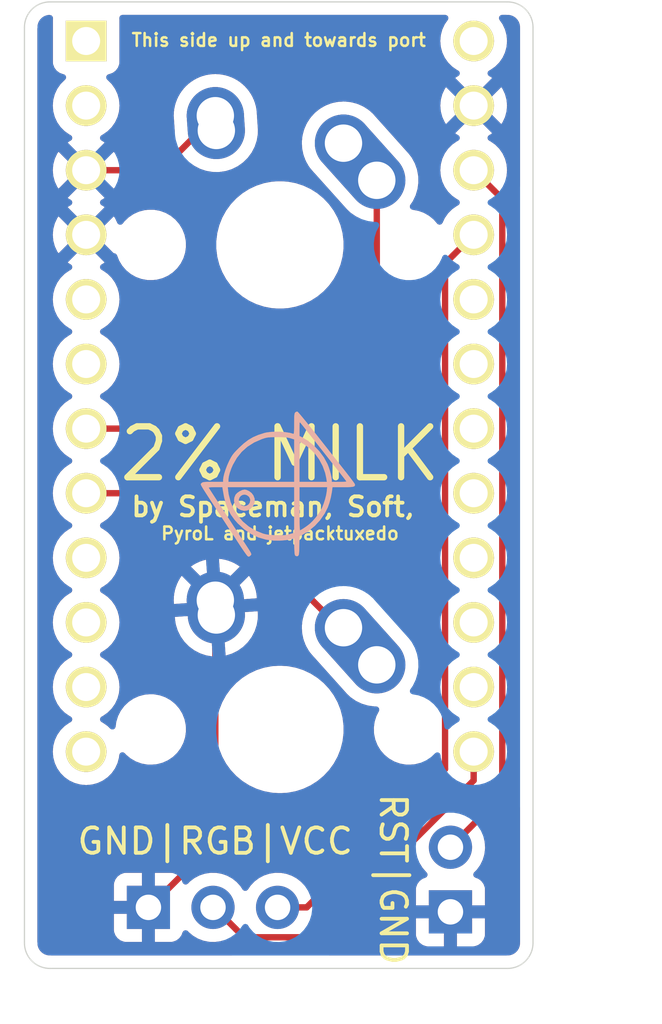
<source format=kicad_pcb>
(kicad_pcb (version 20211014) (generator pcbnew)
  (layers (0 "F.Cu" signal) (31 "B.Cu" signal) (34 "B.Paste" user) (35 "F.Paste" user) (36 "B.SilkS" user "B.Silkscreen") (37 "F.SilkS" user "F.Silkscreen") (38 "B.Mask" user) (39 "F.Mask" user) (44 "Edge.Cuts" user))
  (net 0 "")
  (net 1 "GND")
  (net 2 "VCC")
  (net 3 "/RGB")
  (net 4 "/RST")
  (net 5 "/k1")
  (net 6 "/k2")
  (net 7 "/RA1")
  (net 8 "/RB1")
  (net 9 "unconnected-(K1-Pad2)")
  (footprint "Connector_PinHeader_2.54mm:PinHeader_1x03_P2.54mm_Vertical" (layer "F.Cu") (at 224.875 85.6 90)
    (fp_text reference "J1" hide)
    (fp_text value "RGB")
    (pad "1" thru_hole rect locked (at 0 0 90) (size 1.7 1.7) (drill 1) (layers *.Cu *.Mask) (net 1 "GND"))
    (pad "2" thru_hole oval locked (at 0 2.54 90) (size 1.7 1.7) (drill 1) (layers *.Cu *.Mask) (net 3 "/RGB"))
    (pad "3" thru_hole oval locked (at 0 5.08 90) (size 1.7 1.7) (drill 1) (layers *.Cu *.Mask) (net 2 "VCC"))
  )
  (footprint "Connector_PinHeader_2.54mm:PinHeader_1x02_P2.54mm_Vertical" (layer "F.Cu") (at 236.7534 85.7758 180)
    (fp_text reference "J4" hide)
    (fp_text value "RST")
    (pad "1" thru_hole rect locked (at 0 0 180) (size 1.7 1.7) (drill 1) (layers *.Cu *.Mask) (net 1 "GND"))
    (pad "2" thru_hole oval locked (at 0 2.54 180) (size 1.7 1.7) (drill 1) (layers *.Cu *.Mask) (net 4 "/RST"))
  )
  (footprint "keyboard_parts:ProMicro_NoSilk" (layer "F.Cu") (at 230.04655 65.507235 -90)
    (fp_text reference "U1" hide)
    (fp_text value "ProMicro")
    (pad "1" thru_hole rect locked (at -13.97 7.62 270) (size 1.6 1.6) (drill 1.1) (layers *.Cu *.Mask "F.SilkS"))
    (pad "2" thru_hole circle locked (at -11.43 7.62 270) (size 1.6 1.6) (drill 1.1) (layers *.Cu *.Mask "F.SilkS"))
    (pad "3" thru_hole circle locked (at -8.89 7.62 270) (size 1.6 1.6) (drill 1.1) (layers *.Cu *.Mask "F.SilkS") (net 1 "GND"))
    (pad "4" thru_hole circle locked (at -6.35 7.62 270) (size 1.6 1.6) (drill 1.1) (layers *.Cu *.Mask "F.SilkS") (net 1 "GND"))
    (pad "5" thru_hole circle locked (at -3.81 7.62 270) (size 1.6 1.6) (drill 1.1) (layers *.Cu *.Mask "F.SilkS"))
    (pad "6" thru_hole circle locked (at -1.27 7.62 270) (size 1.6 1.6) (drill 1.1) (layers *.Cu *.Mask "F.SilkS"))
    (pad "7" thru_hole circle locked (at 1.27 7.62 270) (size 1.6 1.6) (drill 1.1) (layers *.Cu *.Mask "F.SilkS") (net 5 "/k1"))
    (pad "8" thru_hole circle locked (at 3.81 7.62 270) (size 1.6 1.6) (drill 1.1) (layers *.Cu *.Mask "F.SilkS") (net 6 "/k2"))
    (pad "9" thru_hole circle locked (at 6.35 7.62 270) (size 1.6 1.6) (drill 1.1) (layers *.Cu *.Mask "F.SilkS") (net 7 "/RA1"))
    (pad "10" thru_hole circle locked (at 8.89 7.62 270) (size 1.6 1.6) (drill 1.1) (layers *.Cu *.Mask "F.SilkS") (net 8 "/RB1"))
    (pad "11" thru_hole circle locked (at 11.43 7.62 270) (size 1.6 1.6) (drill 1.1) (layers *.Cu *.Mask "F.SilkS"))
    (pad "12" thru_hole circle locked (at 13.97 7.62 270) (size 1.6 1.6) (drill 1.1) (layers *.Cu *.Mask "F.SilkS"))
    (pad "13" thru_hole circle locked (at 13.97 -7.62 270) (size 1.6 1.6) (drill 1.1) (layers *.Cu *.Mask "F.SilkS") (net 3 "/RGB"))
    (pad "14" thru_hole circle locked (at 11.43 -7.62 270) (size 1.6 1.6) (drill 1.1) (layers *.Cu *.Mask "F.SilkS"))
    (pad "15" thru_hole circle locked (at 8.89 -7.62 270) (size 1.6 1.6) (drill 1.1) (layers *.Cu *.Mask "F.SilkS"))
    (pad "16" thru_hole circle locked (at 6.35 -7.62 270) (size 1.6 1.6) (drill 1.1) (layers *.Cu *.Mask "F.SilkS"))
    (pad "17" thru_hole circle locked (at 3.81 -7.62 270) (size 1.6 1.6) (drill 1.1) (layers *.Cu *.Mask "F.SilkS"))
    (pad "18" thru_hole circle locked (at 1.27 -7.62 270) (size 1.6 1.6) (drill 1.1) (layers *.Cu *.Mask "F.SilkS"))
    (pad "19" thru_hole circle locked (at -1.27 -7.62 270) (size 1.6 1.6) (drill 1.1) (layers *.Cu *.Mask "F.SilkS"))
    (pad "20" thru_hole circle locked (at -3.81 -7.62 270) (size 1.6 1.6) (drill 1.1) (layers *.Cu *.Mask "F.SilkS"))
    (pad "21" thru_hole circle locked (at -6.35 -7.62 270) (size 1.6 1.6) (drill 1.1) (layers *.Cu *.Mask "F.SilkS") (net 2 "VCC"))
    (pad "22" thru_hole circle locked (at -8.89 -7.62 270) (size 1.6 1.6) (drill 1.1) (layers *.Cu *.Mask "F.SilkS") (net 4 "/RST"))
    (pad "23" thru_hole circle locked (at -11.43 -7.62 270) (size 1.6 1.6) (drill 1.1) (layers *.Cu *.Mask "F.SilkS") (net 1 "GND"))
    (pad "24" thru_hole circle locked (at -13.97 -7.62 270) (size 1.6 1.6) (drill 1.1) (layers *.Cu *.Mask "F.SilkS"))
  )
  (footprint "MX_Alps_Hybrid:MX-1U-NoLED" (layer "B.Cu") (at 230.04655 59.55411 180)
    (fp_text reference "K1")
    (fp_text value "KEYSW")
    (pad "" np_thru_hole circle locked (at 5.08 0 131.9004) (size 1.75 1.75) (drill 1.75) (layers *.Cu *.Mask))
    (pad "" np_thru_hole circle locked (at -5.08 0 131.9004) (size 1.75 1.75) (drill 1.75) (layers *.Cu *.Mask))
    (pad "" np_thru_hole circle locked (at 0 0 180) (size 3.9878 3.9878) (drill 3.9878) (layers *.Cu *.Mask))
    (pad "1" thru_hole circle locked (at -2.5 4 180) (size 2.25 2.25) (drill 1.47) (layers *.Cu "F.Mask") (net 5 "/k1"))
    (pad "1" thru_hole oval locked (at -3.81 2.54 131.9004) (size 4.211556 2.25) (drill 1.47 (offset 0.980778 0)) (layers *.Cu "F.Mask") (net 5 "/k1"))
    (pad "2" thru_hole oval locked (at 2.5 4.5 93.9452) (size 2.831378 2.25) (drill 1.47 (offset 0.290689 0)) (layers *.Cu "F.Mask") (net 9 "unconnected-(K1-Pad2)"))
    (pad "2" thru_hole circle locked (at 2.54 5.08 180) (size 2.25 2.25) (drill 1.47) (layers *.Cu "F.Mask") (net 9 "unconnected-(K1-Pad2)"))
  )
  (footprint "MX_Alps_Hybrid:MX-1U-NoLED" (layer "B.Cu") (at 230.04655 78.60411 180)
    (fp_text reference "K2")
    (fp_text value "KEYSW")
    (pad "" np_thru_hole circle locked (at 0 0 180) (size 3.9878 3.9878) (drill 3.9878) (layers *.Cu *.Mask))
    (pad "" np_thru_hole circle locked (at -5.08 0 131.9004) (size 1.75 1.75) (drill 1.75) (layers *.Cu *.Mask))
    (pad "" np_thru_hole circle locked (at 5.08 0 131.9004) (size 1.75 1.75) (drill 1.75) (layers *.Cu *.Mask))
    (pad "1" thru_hole circle locked (at -2.5 4 180) (size 2.25 2.25) (drill 1.47) (layers *.Cu "F.Mask") (net 6 "/k2"))
    (pad "1" thru_hole oval locked (at -3.81 2.54 131.9004) (size 4.211556 2.25) (drill 1.47 (offset 0.980778 0)) (layers *.Cu "F.Mask") (net 6 "/k2"))
    (pad "2" thru_hole oval locked (at 2.5 4.5 93.9452) (size 2.831378 2.25) (drill 1.47 (offset 0.290689 0)) (layers *.Cu "F.Mask") (net 1 "GND"))
    (pad "2" thru_hole circle locked (at 2.54 5.08 180) (size 2.25 2.25) (drill 1.47) (layers *.Cu "F.Mask") (net 1 "GND"))
  )
  (footprint "silks:40logo" (layer "B.Cu") (at 230 69 180)
    (fp_text reference "G***" hide)
    (fp_text value "LOGO" hide)
    (fp_poly (pts (xy 1.435555 -0.196146) (xy 1.537599 -0.243751) (xy 1.63146 -0.30946) (xy 1.695244 -0.378406) (xy 1.742173 -0.490089) (xy 1.754036 -0.617953) (xy 1.730827 -0.742208) (xy 1.695363 -0.81402) (xy 1.605767 -0.908859) (xy 1.491699 -0.974318) (xy 1.367651 -1.004685) (xy 1.248117 -0.994248) (xy 1.242404 -0.992517) (xy 1.114679 -0.929276) (xy 1.018298 -0.82767) (xy 0.995404 -0.790518) (xy 0.947948 -0.664041) (xy 0.948764 -0.5969) (xy 1.1176 -0.5969) (xy 1.138866 -0.696222) (xy 1.194873 -0.770536) (xy 1.27393 -0.815426) (xy 1.364348 -0.826482) (xy 1.454437 -0.799291) (xy 1.51765 -0.74791) (xy 1.566843 -0.661157) (xy 1.574378 -0.571469) (xy 1.54725 -0.488042) (xy 1.492453 -0.420071) (xy 1.416981 -0.376751) (xy 1.327828 -0.367279) (xy 1.247206 -0.392351) (xy 1.162464 -0.457681) (xy 1.122161 -0.545455) (xy 1.1176 -0.5969) (xy 0.948764 -0.5969) (xy 0.949499 -0.53656) (xy 0.998289 -0.405384) (xy 1.06888 -0.31258) (xy 1.166187 -0.236626) (xy 1.273198 -0.188695) (xy 1.344813 -0.1778) (xy 1.435555 -0.196146)) (layer "B.SilkS") (width 0.01) (fill solid))
    (fp_poly (pts (xy -0.683494 2.880106) (xy -0.650783 2.856955) (xy -0.634926 2.833748) (xy -0.623619 2.795706) (xy -0.616152 2.735085) (xy -0.611812 2.644143) (xy -0.60989 2.515138) (xy -0.6096 2.408469) (xy -0.608987 2.254228) (xy -0.606744 2.144262) (xy -0.602267 2.072058) (xy -0.59495 2.031102) (xy -0.584189 2.014879) (xy -0.573089 2.015176) (xy -0.440002 2.05242) (xy -0.271464 2.078974) (xy -0.081781 2.094391) (xy 0.11474 2.098222) (xy 0.303793 2.090018) (xy 0.471073 2.069333) (xy 0.555726 2.050554) (xy 0.797174 1.974337) (xy 1.005395 1.884817) (xy 1.194336 1.773833) (xy 1.377945 1.633228) (xy 1.564469 1.4605) (xy 1.672648 1.351316) (xy 1.752934 1.263498) (xy 1.814936 1.184141) (xy 1.868261 1.100343) (xy 1.922517 0.999198) (xy 1.952154 0.9398) (xy 2.024745 0.778731) (xy 2.088145 0.612049) (xy 2.138472 0.452133) (xy 2.171846 0.311358) (xy 2.184386 0.202102) (xy 2.1844 0.199137) (xy 2.1844 0.127) (xy 2.586863 0.127) (xy 2.739806 0.126512) (xy 2.850162 0.12444) (xy 2.926135 0.11987) (xy 2.975935 0.111893) (xy 3.007767 0.099595) (xy 3.029838 0.082065) (xy 3.034322 0.077281) (xy 3.045815 0.066402) (xy 3.055499 0.057291) (xy 3.061318 0.046416) (xy 3.061214 0.030241) (xy 3.053131 0.005233) (xy 3.035013 -0.032141) (xy 3.004802 -0.085416) (xy 2.960442 -0.158125) (xy 2.899875 -0.253802) (xy 2.821046 -0.37598) (xy 2.721897 -0.528195) (xy 2.600372 -0.713979) (xy 2.454414 -0.936866) (xy 2.361046 -1.0795) (xy 2.228118 -1.282738) (xy 2.090277 -1.49367) (xy 1.953358 -1.703356) (xy 1.823191 -1.902859) (xy 1.705611 -2.08324) (xy 1.606451 -2.23556) (xy 1.55716 -2.3114) (xy 1.467987 -2.446835) (xy 1.385276 -2.568927) (xy 1.313922 -2.670723) (xy 1.258825 -2.745271) (xy 1.224882 -2.785619) (xy 1.220327 -2.789511) (xy 1.180166 -2.808337) (xy 1.143768 -2.792907) (xy 1.118879 -2.769879) (xy 1.100562 -2.752542) (xy 1.087426 -2.737221) (xy 1.082034 -2.718787) (xy 1.08695 -2.692113) (xy 1.104735 -2.652072) (xy 1.137952 -2.593535) (xy 1.189164 -2.511376) (xy 1.260934 -2.400467) (xy 1.355824 -2.255679) (xy 1.439847 -2.127657) (xy 1.518264 -2.007884) (xy 1.612292 -1.863958) (xy 1.718616 -1.700979) (xy 1.833922 -1.524047) (xy 1.954896 -1.33826) (xy 2.078222 -1.148717) (xy 2.200588 -0.960519) (xy 2.318679 -0.778764) (xy 2.42918 -0.608551) (xy 2.528778 -0.45498) (xy 2.614158 -0.32315) (xy 2.682006 -0.21816) (xy 2.729008 -0.145109) (xy 2.751849 -0.109098) (xy 2.752545 -0.10795) (xy 2.750017 -0.093558) (xy 2.717744 -0.084003) (xy 2.64942 -0.078515) (xy 2.538736 -0.076328) (xy 2.491849 -0.0762) (xy 2.212101 -0.0762) (xy 2.198465 -0.17145) (xy 2.145629 -0.47096) (xy 2.076773 -0.73032) (xy 1.987781 -0.958762) (xy 1.87454 -1.165521) (xy 1.732935 -1.359829) (xy 1.604857 -1.503769) (xy 1.353718 -1.734089) (xy 1.086087 -1.916391) (xy 0.801516 -2.050859) (xy 0.499555 -2.137674) (xy 0.179755 -2.177019) (xy -0.049316 -2.176695) (xy -0.182236 -2.167469) (xy -0.311102 -2.153735) (xy -0.418904 -2.137554) (xy -0.475531 -2.125098) (xy -0.608161 -2.087777) (xy -0.615231 -2.419117) (xy -0.619065 -2.557803) (xy -0.624443 -2.654225) (xy -0.632588 -2.716914) (xy -0.644722 -2.754404) (xy -0.662071 -2.775229) (xy -0.66675 -2.778448) (xy -0.721442 -2.79285) (xy -0.75565 -2.778441) (xy -0.773348 -2.761373) (xy -0.7861 -2.730661) (xy -0.794941 -2.678269) (xy -0.800906 -2.596165) (xy -0.805028 -2.476315) (xy -0.807129 -2.378691) (xy -0.814157 -2.00694) (xy -0.921429 -1.952395) (xy -1.179928 -1.794535) (xy -1.41838 -1.596948) (xy -1.629076 -1.367927) (xy -1.804307 -1.115764) (xy -1.927873 -0.869728) (xy -1.990762 -0.690491) (xy -2.045469 -0.483691) (xy -2.086178 -0.272509) (xy -2.096657 -0.19685) (xy -2.111313 -0.0762) (xy -1.909044 -0.0762) (xy -1.891818 -0.24765) (xy -1.868338 -0.389073) (xy -1.8267 -0.553665) (xy -1.772873 -0.722498) (xy -1.712828 -0.876643) (xy -1.658742 -0.986586) (xy -1.570093 -1.124366) (xy -1.461366 -1.268241) (xy -1.346048 -1.401664) (xy -1.237627 -1.508088) (xy -1.224637 -1.519165) (xy -1.145067 -1.581838) (xy -1.055972 -1.646252) (xy -0.968613 -1.704959) (xy -0.894255 -1.750509) (xy -0.844159 -1.775456) (xy -0.833228 -1.778) (xy -0.828375 -1.753579) (xy -0.823934 -1.684235) (xy -0.820046 -1.575841) (xy -0.816853 -1.434274) (xy -0.814494 -1.265408) (xy -0.813112 -1.075119) (xy -0.8128 -0.9271) (xy -0.8128 -0.0762) (xy -0.6096 -0.0762) (xy -0.6096 -1.87818) (xy -0.47625 -1.915628) (xy -0.384997 -1.940384) (xy -0.30967 -1.957284) (xy -0.237273 -1.967515) (xy -0.154808 -1.972264) (xy -0.049277 -1.972718) (xy 0.092316 -1.970062) (xy 0.1143 -1.969545) (xy 0.280707 -1.963118) (xy 0.41082 -1.951636) (xy 0.519041 -1.933281) (xy 0.61977 -1.906236) (xy 0.6223 -1.905438) (xy 0.914459 -1.787381) (xy 1.1788 -1.628805) (xy 1.412145 -1.433616) (xy 1.611315 -1.20572) (xy 1.773132 -0.949023) (xy 1.89442 -0.667428) (xy 1.972 -0.364843) (xy 1.99187 -0.22225) (xy 2.007043 -0.0762) (xy -0.6096 -0.0762) (xy -0.8128 -0.0762) (xy -1.909044 -0.0762) (xy -2.111313 -0.0762) (xy -2.525747 -0.0762) (xy -2.696118 -0.075001) (xy -2.821731 -0.070447) (xy -2.90859 -0.0611) (xy -2.962701 -0.045519) (xy -2.990069 -0.022267) (xy -2.996698 0.010094) (xy -2.992948 0.035721) (xy -2.975403 0.065587) (xy -2.930588 0.129237) (xy -2.921608 0.141383) (xy -2.667 0.141383) (xy -2.643273 0.13572) (xy -2.578776 0.131108) (xy -2.483535 0.128038) (xy -2.3749 0.127) (xy -2.0828 0.127) (xy -1.89731 0.127) (xy -0.8128 0.127) (xy -0.8128 0.9144) (xy -0.813433 1.108568) (xy -0.815225 1.285339) (xy -0.818018 1.438607) (xy -0.821653 1.562264) (xy -0.825973 1.650202) (xy -0.830818 1.696314) (xy -0.833228 1.7018) (xy -0.87145 1.687198) (xy -0.938536 1.648257) (xy -1.023605 1.592274) (xy -1.115776 1.526549) (xy -1.204166 1.458378) (xy -1.238328 1.430107) (xy -1.430619 1.235931) (xy -1.597284 1.00581) (xy -1.732319 0.75066) (xy -1.829717 0.481394) (xy -1.875022 0.27305) (xy -1.89731 0.127) (xy -2.0828 0.127) (xy -2.0828 0.211117) (xy -2.07352 0.300426) (xy -2.048443 0.421124) (xy -2.011717 0.557878) (xy -1.967488 0.695354) (xy -1.919904 0.81822) (xy -1.916484 0.826038) (xy -1.776251 1.085858) (xy -1.594287 1.331862) (xy -1.379463 1.55469) (xy -1.140653 1.74498) (xy -1.045378 1.801981) (xy -0.6096 1.801981) (xy -0.6096 0.127) (xy 1.9812 0.127) (xy 1.9812 0.210564) (xy 1.967462 0.334712) (xy 1.928794 0.487863) (xy 1.869016 0.657139) (xy 1.806372 0.8001) (xy 1.648697 1.075685) (xy 1.457196 1.313819) (xy 1.230909 1.515347) (xy 0.968876 1.681114) (xy 0.670137 1.811964) (xy 0.6477 1.819882) (xy 0.56358 1.847754) (xy 0.490378 1.867221) (xy 0.415681 1.879801) (xy 0.327075 1.887016) (xy 0.212149 1.890384) (xy 0.0635 1.891414) (xy -0.106611 1.89019) (xy -0.236768 1.885013) (xy -0.337728 1.87498) (xy -0.420247 1.859188) (xy -0.46355 1.847141) (xy -0.6096 1.801981) (xy -1.045378 1.801981) (xy -0.92075 1.876542) (xy -0.8128 1.931433) (xy -0.8128 2.21576) (xy -0.813622 2.339037) (xy -0.816721 2.418352) (xy -0.823047 2.460524) (xy -0.83355 2.472373) (xy -0.847223 2.462893) (xy -0.872134 2.433069) (xy -0.923601 2.369292) (xy -0.996829 2.27758) (xy -1.087023 2.163953) (xy -1.189389 2.034429) (xy -1.261334 1.9431) (xy -1.506513 1.631435) (xy -1.722084 1.35732) (xy -1.909882 1.118406) (xy -2.071739 0.912342) (xy -2.20949 0.736779) (xy -2.324968 0.589366) (xy -2.420007 0.467753) (xy -2.49644 0.369589) (xy -2.556101 0.292525) (xy -2.600823 0.23421) (xy -2.632441 0.192295) (xy -2.652787 0.164428) (xy -2.663695 0.148259) (xy -2.666999 0.141439) (xy -2.667 0.141383) (xy -2.921608 0.141383) (xy -2.862926 0.220752) (xy -2.776839 0.334215) (xy -2.67675 0.463708) (xy -2.598147 0.563991) (xy -2.497034 0.692281) (xy -2.370271 0.85315) (xy -2.223635 1.039264) (xy -2.062904 1.243291) (xy -1.893854 1.457897) (xy -1.722262 1.675749) (xy -1.553906 1.889513) (xy -1.491748 1.968441) (xy -1.343433 2.155866) (xy -1.203702 2.330691) (xy -1.075864 2.488902) (xy -0.96323 2.626483) (xy -0.869106 2.73942) (xy -0.796804 2.823697) (xy -0.749633 2.875299) (xy -0.731834 2.89046) (xy -0.683494 2.880106)) (layer "B.SilkS") (width 0.01) (fill solid))
  )
  (gr_line (start 220 51) (end 220 87) (layer "Edge.Cuts") (width 0.05))
  (gr_arc (start 220 51) (mid 220.292893 50.292893) (end 221 50) (layer "Edge.Cuts") (width 0.05))
  (gr_arc (start 240 87) (mid 239.707107 87.707107) (end 239 88) (layer "Edge.Cuts") (width 0.05))
  (gr_arc (start 221 88) (mid 220.292893 87.707107) (end 220 87) (layer "Edge.Cuts") (width 0.05))
  (gr_arc (start 239 50) (mid 239.707107 50.292893) (end 240 51) (layer "Edge.Cuts") (width 0.05))
  (gr_line (start 239 50) (end 221 50) (layer "Edge.Cuts") (width 0.05))
  (gr_line (start 221 88) (end 239 88) (layer "Edge.Cuts") (width 0.05))
  (gr_line (start 240 87) (end 240 51) (layer "Edge.Cuts") (width 0.05))
  (gr_text "GND|RGB|VCC" (at 227.5 83) (layer "F.SilkS") (effects (font (size 1 1))))
  (gr_text "RST|GND" (at 234.5 84.5 270) (layer "F.SilkS") (effects (font (size 1 1))))
  (gr_text "This side up and towards port" (at 230 51.5) (layer "F.SilkS") (effects (font (size 0.5 0.5) (thickness 0.1))))
  (gr_text "PyroL and jetpacktuxedo" (at 230.05 70.9) (layer "F.SilkS") (effects (font (size 0.5 0.5) (thickness 0.1))))
  (gr_text "2% MILK" (at 230.05 67.775) (layer "F.SilkS") (effects (font (size 2 2) (thickness 0.25))))
  (gr_text "by Spaceman, Soft, " (at 230.05 69.85) (layer "F.SilkS") (effects (font (size 0.75 0.75))))
  (segment (start 227.50655 83.01345) (end 227.50655 73.52411) (width 0.25) (layer "F.Cu") (net 1))
  (segment (start 227.54655 73.56411) (end 227.50655 73.52411) (width 0.25) (layer "F.Cu") (net 1))
  (segment (start 227.54655 74.10411) (end 227.54655 73.56411) (width 0.25) (layer "F.Cu") (net 1))
  (segment (start 224.92 85.6) (end 227.50655 83.01345) (width 0.25) (layer "F.Cu") (net 1))
  (segment (start 236.541549 80.158451) (end 236.541549 60.282236) (width 0.25) (layer "F.Cu") (net 2))
  (segment (start 236.866551 59.957234) (end 237.66655 59.157235) (width 0.25) (layer "F.Cu") (net 2))
  (segment (start 230 85.6) (end 231.1 85.6) (width 0.25) (layer "F.Cu") (net 2))
  (segment (start 231.1 85.6) (end 236.541549 80.158451) (width 0.25) (layer "F.Cu") (net 2))
  (segment (start 236.541549 60.282236) (end 236.866551 59.957234) (width 0.25) (layer "F.Cu") (net 2))
  (segment (start 228.309999 86.449999) (end 227.46 85.6) (width 0.25) (layer "F.Cu") (net 3))
  (segment (start 231.500154 86.775001) (end 228.635001 86.775001) (width 0.25) (layer "F.Cu") (net 3))
  (segment (start 237.66655 79.477235) (end 237.66655 80.608605) (width 0.25) (layer "F.Cu") (net 3))
  (segment (start 228.635001 86.775001) (end 228.309999 86.449999) (width 0.25) (layer "F.Cu") (net 3))
  (segment (start 237.66655 80.608605) (end 231.500154 86.775001) (width 0.25) (layer "F.Cu") (net 3))
  (segment (start 238.791551 81.197649) (end 238.791551 57.742236) (width 0.25) (layer "F.Cu") (net 4))
  (segment (start 238.466549 57.417234) (end 237.66655 56.617235) (width 0.25) (layer "F.Cu") (net 4))
  (segment (start 236.7534 83.2358) (end 238.791551 81.197649) (width 0.25) (layer "F.Cu") (net 4))
  (segment (start 238.791551 57.742236) (end 238.466549 57.417234) (width 0.25) (layer "F.Cu") (net 4))
  (segment (start 233.85655 60.74345) (end 227.822765 66.777235) (width 0.25) (layer "F.Cu") (net 5))
  (segment (start 233.85655 57.01411) (end 233.85655 60.74345) (width 0.25) (layer "F.Cu") (net 5))
  (segment (start 227.822765 66.777235) (end 222.42655 66.777235) (width 0.25) (layer "F.Cu") (net 5))
  (segment (start 227.109675 69.317235) (end 222.42655 69.317235) (width 0.25) (layer "F.Cu") (net 6))
  (segment (start 233.85655 76.06411) (end 227.109675 69.317235) (width 0.25) (layer "F.Cu") (net 6))
  (segment (start 226.92655 55.05411) (end 227.54655 55.05411) (width 0.25) (layer "F.Cu") (net 9))
  (segment (start 222.42655 56.617235) (end 225.363425 56.617235) (width 0.25) (layer "F.Cu") (net 9))
  (segment (start 225.363425 56.617235) (end 226.92655 55.05411) (width 0.25) (layer "F.Cu") (net 9))
  (zone (net 1) (net_name "GND") (layer "F.Cu") (connect_pads (clearance 0.508)) (min_thickness 0.254) (fill yes (thermal_gap 0.508) (thermal_bridge_width 0.508))
    (polygon (pts (xy 220 50) (xy 240 50) (xy 240 88) (xy 220 88) (xy 220 81.6)))
  )
  (zone (net 1) (net_name "GND") (layer "B.Cu") (connect_pads (clearance 0.508)) (min_thickness 0.254) (fill yes (thermal_gap 0.508) (thermal_bridge_width 0.508))
    (polygon (pts (xy 220 88) (xy 220 50) (xy 240 50) (xy 240 88) (xy 238.8 88)))
  )
)
</source>
